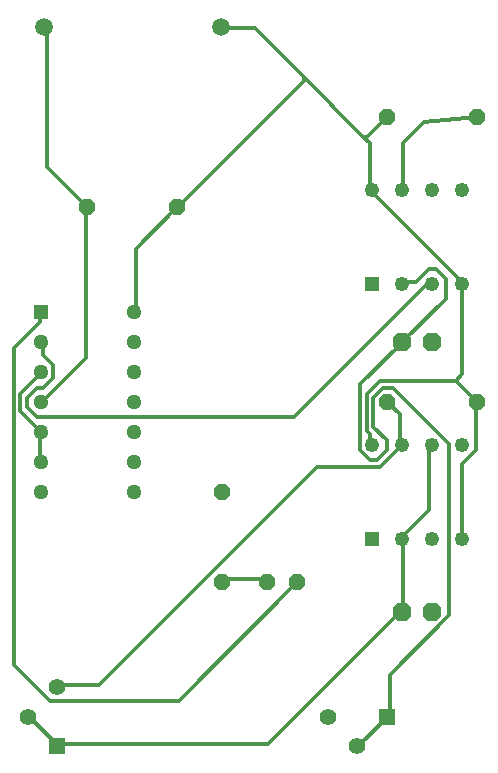
<source format=gbr>
G04 EAGLE Gerber RS-274X export*
G75*
%MOMM*%
%FSLAX34Y34*%
%LPD*%
%INBottom Copper*%
%IPPOS*%
%AMOC8*
5,1,8,0,0,1.08239X$1,22.5*%
G01*
%ADD10P,1.732040X8X22.500000*%
%ADD11P,1.429621X8X202.500000*%
%ADD12C,1.508000*%
%ADD13P,1.429621X8X112.500000*%
%ADD14P,1.429621X8X22.500000*%
%ADD15R,1.408000X1.408000*%
%ADD16C,1.408000*%
%ADD17R,1.278000X1.278000*%
%ADD18C,1.278000*%
%ADD19R,1.248000X1.248000*%
%ADD20C,1.248000*%
%ADD21C,0.304800*%


D10*
X368300Y165100D03*
X393700Y165100D03*
X368300Y393700D03*
X393700Y393700D03*
D11*
X279400Y190500D03*
X254000Y190500D03*
D12*
X64700Y660400D03*
X214700Y660400D03*
D13*
X215900Y190500D03*
X215900Y266700D03*
D14*
X355600Y342900D03*
X431800Y342900D03*
D11*
X431800Y584200D03*
X355600Y584200D03*
X177800Y508000D03*
X101600Y508000D03*
D15*
X76200Y51200D03*
D16*
X51200Y76200D03*
X76200Y101200D03*
D15*
X355200Y76200D03*
D16*
X330200Y51200D03*
X305200Y76200D03*
D17*
X61900Y419100D03*
D18*
X61900Y393700D03*
X61900Y368300D03*
X61900Y342900D03*
X61900Y317500D03*
X61900Y292100D03*
X61900Y266700D03*
X141300Y266700D03*
X141300Y292100D03*
X141300Y317500D03*
X141300Y342900D03*
X141300Y368300D03*
X141300Y393700D03*
X141300Y419100D03*
D19*
X342900Y442900D03*
D20*
X368300Y442900D03*
X393700Y442900D03*
X419100Y442900D03*
X419100Y522300D03*
X393700Y522300D03*
X368300Y522300D03*
X342900Y522300D03*
D19*
X342900Y227000D03*
D20*
X368300Y227000D03*
X393700Y227000D03*
X419100Y227000D03*
X419100Y306400D03*
X393700Y306400D03*
X368300Y306400D03*
X342900Y306400D03*
D21*
X142494Y419100D02*
X142494Y472186D01*
X176022Y505714D01*
X142494Y419100D02*
X141300Y419100D01*
X176022Y505714D02*
X177800Y508000D01*
X215138Y659384D02*
X243078Y659384D01*
X284988Y617474D02*
X305816Y596646D01*
X284988Y617474D02*
X243078Y659384D01*
X215138Y659384D02*
X214700Y660400D01*
X284988Y614680D02*
X178816Y508508D01*
X284988Y614680D02*
X284988Y617474D01*
X178816Y508508D02*
X177800Y508000D01*
X340868Y522478D02*
X340868Y561594D01*
X311531Y590931D02*
X305816Y596646D01*
X311531Y590931D02*
X335280Y567182D01*
X340868Y561594D01*
X340868Y522478D02*
X342900Y522300D01*
X340868Y315722D02*
X340868Y307340D01*
X340868Y315722D02*
X338074Y318516D01*
X338074Y349250D01*
X349250Y360426D01*
X413512Y360426D01*
X430276Y343662D01*
X342900Y306400D02*
X340868Y307340D01*
X430276Y343662D02*
X431800Y342900D01*
X419100Y290576D02*
X419100Y227000D01*
X419100Y290576D02*
X430276Y301752D01*
X430276Y340868D01*
X431800Y342900D01*
X419100Y366014D02*
X419100Y442900D01*
X419100Y366014D02*
X413512Y360426D01*
X419100Y444246D02*
X343662Y519684D01*
X342900Y522300D01*
X419100Y444246D02*
X419100Y442900D01*
X338074Y567182D02*
X354838Y583946D01*
X338074Y567182D02*
X335280Y567182D01*
X354838Y583946D02*
X355600Y584200D01*
X251460Y192786D02*
X217932Y192786D01*
X215900Y190500D01*
X251460Y192786D02*
X254000Y190500D01*
X100584Y379984D02*
X64262Y343662D01*
X100584Y379984D02*
X100584Y505714D01*
X64262Y343662D02*
X61900Y342900D01*
X100584Y505714D02*
X101600Y508000D01*
X67056Y542036D02*
X67056Y659384D01*
X67056Y542036D02*
X100584Y508508D01*
X67056Y659384D02*
X64700Y660400D01*
X100584Y508508D02*
X101600Y508000D01*
X64262Y391160D02*
X64262Y382778D01*
X72644Y374396D01*
X72644Y363220D01*
X64262Y354838D01*
X58674Y354838D01*
X50292Y346456D01*
X50292Y338074D01*
X58674Y329692D01*
X276606Y329692D01*
X391160Y444246D01*
X64262Y391160D02*
X61900Y393700D01*
X391160Y444246D02*
X393700Y442900D01*
X61468Y315722D02*
X61468Y293370D01*
X61900Y292100D01*
X61468Y315722D02*
X61900Y317500D01*
X44704Y349250D02*
X61468Y366014D01*
X44704Y349250D02*
X44704Y335280D01*
X61468Y318516D01*
X61468Y366014D02*
X61900Y368300D01*
X61468Y318516D02*
X61900Y317500D01*
X368808Y522478D02*
X368808Y561594D01*
X386927Y579713D01*
X368808Y522478D02*
X368300Y522300D01*
X386927Y579713D02*
X431800Y584200D01*
X354838Y75438D02*
X332486Y53086D01*
X330200Y51200D01*
X354838Y75438D02*
X355200Y76200D01*
X368808Y444246D02*
X379984Y444246D01*
X391160Y455422D01*
X396748Y455422D01*
X405130Y447040D01*
X405130Y430276D01*
X368808Y393954D01*
X368300Y442900D02*
X368808Y444246D01*
X368808Y393954D02*
X368300Y393700D01*
X357632Y111760D02*
X357632Y78232D01*
X357632Y111760D02*
X407924Y162052D01*
X407924Y307340D01*
X360426Y354838D01*
X352044Y354838D01*
X343662Y346456D01*
X343662Y321310D01*
X354838Y310134D01*
X354838Y301752D01*
X346456Y293370D01*
X340868Y293370D01*
X332486Y301752D01*
X332486Y357632D01*
X366014Y391160D01*
X357632Y78232D02*
X355200Y76200D01*
X366014Y391160D02*
X368300Y393700D01*
X366014Y332486D02*
X366014Y307340D01*
X366014Y332486D02*
X355600Y342900D01*
X366014Y307340D02*
X368300Y306400D01*
X111760Y103378D02*
X78232Y103378D01*
X111760Y103378D02*
X296164Y287782D01*
X349250Y287782D01*
X366014Y304546D01*
X78232Y103378D02*
X76200Y101200D01*
X366014Y304546D02*
X368300Y306400D01*
X75438Y53086D02*
X53086Y75438D01*
X51200Y76200D01*
X75438Y53086D02*
X76200Y51200D01*
X368808Y167640D02*
X368808Y226314D01*
X368300Y227000D01*
X368808Y167640D02*
X368300Y165100D01*
X391160Y251460D02*
X391160Y304546D01*
X391160Y251460D02*
X368808Y229108D01*
X391160Y304546D02*
X393700Y306400D01*
X368808Y229108D02*
X368300Y227000D01*
X254254Y53086D02*
X78232Y53086D01*
X254254Y53086D02*
X366014Y164846D01*
X78232Y53086D02*
X76200Y51200D01*
X366014Y164846D02*
X368300Y165100D01*
X61468Y410718D02*
X61468Y419100D01*
X61468Y410718D02*
X39116Y388366D01*
X39116Y120142D01*
X69850Y89408D01*
X178816Y89408D01*
X279400Y189992D01*
X61900Y419100D02*
X61468Y419100D01*
X279400Y190500D02*
X279400Y189992D01*
M02*

</source>
